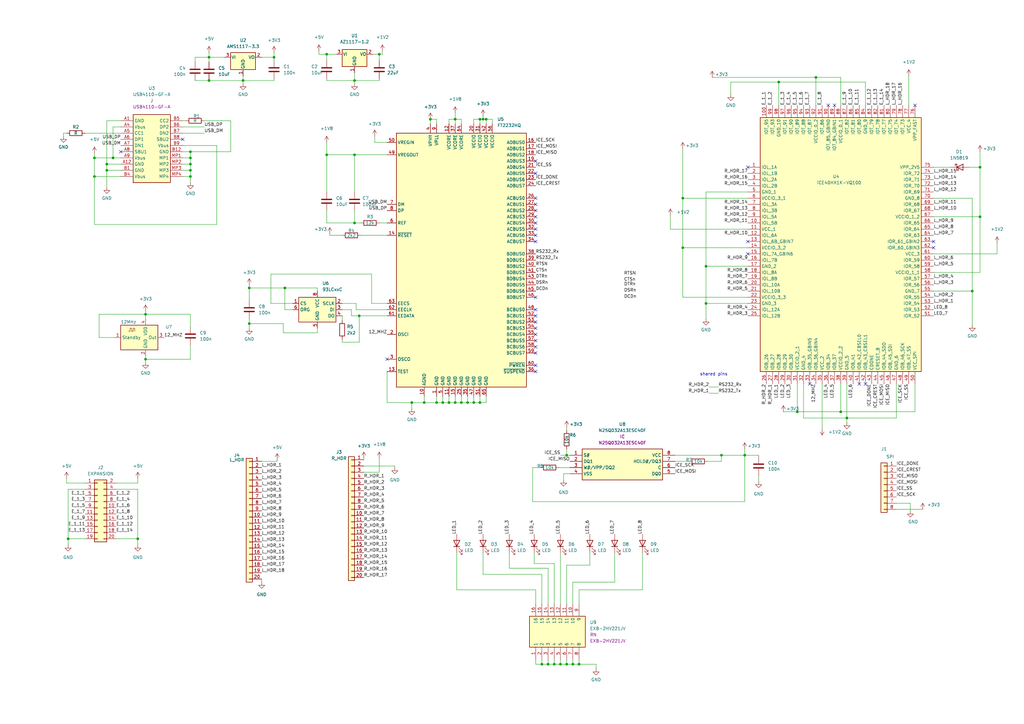
<source format=kicad_sch>
(kicad_sch (version 20211123) (generator eeschema)
  (paper "A3")
  (title_block (date "2023-05-24"))
  (junction (at 227.33 272.415))
  (junction (at 186.69 48.895))
  (junction (at 229.87 272.415))
  (junction (at 237.49 272.415))
  (junction (at 78.105 67.31))
  (junction (at 347.345 171.45))
  (junction (at 38.735 64.77))
  (junction (at 78.105 64.77))
  (junction (at 344.805 168.91))
  (junction (at 46.355 64.77))
  (junction (at 145.415 91.44))
  (junction (at 176.53 48.895))
  (junction (at 145.415 33.02))
  (junction (at 289.56 109.22))
  (junction (at 155.575 22.225))
  (junction (at 168.91 165.1))
  (junction (at 56.515 220.98))
  (junction (at 334.645 31.75))
  (junction (at 224.79 272.415))
  (junction (at 102.235 132.715))
  (junction (at 173.99 165.1))
  (junction (at 147.32 129.54))
  (junction (at 194.31 165.1))
  (junction (at 295.91 186.69))
  (junction (at 232.41 186.69))
  (junction (at 85.725 33.02))
  (junction (at 196.85 165.1))
  (junction (at 27.94 220.98))
  (junction (at 112.395 23.495))
  (junction (at 234.95 272.415))
  (junction (at 145.415 63.5))
  (junction (at 196.85 48.895))
  (junction (at 78.105 69.85))
  (junction (at 280.035 81.28))
  (junction (at 43.815 67.31))
  (junction (at 319.405 33.655))
  (junction (at 232.41 272.415))
  (junction (at 59.69 128.905))
  (junction (at 184.15 165.1))
  (junction (at 133.985 63.5))
  (junction (at 186.69 165.1))
  (junction (at 198.12 48.895))
  (junction (at 305.435 186.69))
  (junction (at 401.955 88.9))
  (junction (at 289.56 124.46))
  (junction (at 78.105 62.23))
  (junction (at 181.61 165.1))
  (junction (at 99.695 33.02))
  (junction (at 189.23 165.1))
  (junction (at 191.77 165.1))
  (junction (at 85.725 23.495))
  (junction (at 327.025 168.91))
  (junction (at 102.235 118.11))
  (junction (at 222.25 272.415))
  (junction (at 38.735 72.39))
  (junction (at 133.985 22.225))
  (junction (at 199.39 48.895))
  (junction (at 398.78 119.38))
  (junction (at 59.69 147.32))
  (junction (at 78.105 72.39))
  (junction (at 116.84 118.11))
  (junction (at 179.07 165.1))
  (junction (at 401.955 68.58))
  (junction (at 280.035 101.6))
  (junction (at 43.815 69.85))
  (no_connect (at 74.93 57.15))
  (no_connect (at 342.265 43.18))
  (no_connect (at 219.71 149.86))
  (no_connect (at 219.71 152.4))
  (no_connect (at 219.71 132.08))
  (no_connect (at 219.71 134.62))
  (no_connect (at 219.71 137.16))
  (no_connect (at 219.71 139.7))
  (no_connect (at 219.71 142.24))
  (no_connect (at 219.71 144.78))
  (no_connect (at 219.71 81.28))
  (no_connect (at 219.71 83.82))
  (no_connect (at 219.71 86.36))
  (no_connect (at 219.71 88.9))
  (no_connect (at 219.71 91.44))
  (no_connect (at 219.71 127))
  (no_connect (at 219.71 129.54))
  (no_connect (at 219.71 99.06))
  (no_connect (at 219.71 96.52))
  (no_connect (at 219.71 93.98))
  (no_connect (at 332.105 157.48))
  (no_connect (at 219.71 121.92))
  (no_connect (at 306.705 99.06))
  (no_connect (at 306.705 104.14))
  (no_connect (at 49.53 62.23))
  (no_connect (at 382.905 101.6))
  (no_connect (at 382.905 99.06))
  (no_connect (at 339.725 43.18))
  (no_connect (at 306.705 68.58))
  (no_connect (at 219.71 71.12))
  (no_connect (at 219.71 66.04))
  (no_connect (at 158.75 147.32))
  (no_connect (at 375.285 43.18))
  (no_connect (at 352.425 157.48))
  (no_connect (at 354.965 157.48))
  (wire (pts (xy 140.335 127) (xy 144.145 127)))
  (wire (pts (xy 184.15 165.1) (xy 186.69 165.1)))
  (wire (pts (xy 289.56 109.22) (xy 306.705 109.22)))
  (wire (pts (xy 347.345 157.48) (xy 347.345 171.45)))
  (wire (pts (xy 289.56 124.46) (xy 306.705 124.46)))
  (wire (pts (xy 327.025 157.48) (xy 327.025 168.91)))
  (wire (pts (xy 232.41 186.69) (xy 233.68 186.69)))
  (wire (pts (xy 305.435 186.69) (xy 295.91 186.69)))
  (wire (pts (xy 116.84 127) (xy 116.84 118.11)))
  (wire (pts (xy 290.83 158.75) (xy 294.64 158.75)))
  (wire (pts (xy 147.955 96.52) (xy 158.75 96.52)))
  (wire (pts (xy 173.99 162.56) (xy 173.99 165.1)))
  (wire (pts (xy 146.05 124.46) (xy 146.05 127)))
  (wire (pts (xy 289.56 130.81) (xy 289.56 124.46)))
  (wire (pts (xy 237.49 241.935) (xy 237.49 247.65)))
  (wire (pts (xy 234.95 272.415) (xy 237.49 272.415)))
  (wire (pts (xy 329.565 157.48) (xy 329.565 171.45)))
  (wire (pts (xy 38.735 92.075) (xy 38.735 72.39)))
  (wire (pts (xy 289.56 124.46) (xy 289.56 109.22)))
  (wire (pts (xy 221.615 191.77) (xy 218.44 191.77)))
  (wire (pts (xy 201.93 48.895) (xy 201.93 50.8)))
  (wire (pts (xy 334.645 31.75) (xy 344.805 31.75)))
  (wire (pts (xy 102.235 118.11) (xy 116.84 118.11)))
  (wire (pts (xy 408.94 104.14) (xy 408.94 99.695)))
  (wire (pts (xy 144.145 129.54) (xy 147.32 129.54)))
  (wire (pts (xy 305.435 184.15) (xy 305.435 186.69)))
  (wire (pts (xy 56.515 220.98) (xy 56.515 200.66)))
  (wire (pts (xy 85.725 21.59) (xy 85.725 23.495)))
  (wire (pts (xy 186.69 48.895) (xy 189.23 48.895)))
  (wire (pts (xy 78.105 64.77) (xy 74.93 64.77)))
  (wire (pts (xy 276.86 189.23) (xy 282.575 189.23)))
  (wire (pts (xy 181.61 165.1) (xy 184.15 165.1)))
  (wire (pts (xy 222.25 270.51) (xy 222.25 272.415)))
  (wire (pts (xy 311.15 187.325) (xy 311.15 186.69)))
  (wire (pts (xy 133.985 22.225) (xy 137.795 22.225)))
  (wire (pts (xy 344.805 31.75) (xy 344.805 43.18)))
  (wire (pts (xy 112.395 21.59) (xy 112.395 23.495)))
  (wire (pts (xy 130.81 20.955) (xy 130.81 22.225)))
  (wire (pts (xy 78.105 141.605) (xy 78.105 147.32)))
  (wire (pts (xy 49.53 49.53) (xy 43.815 49.53)))
  (wire (pts (xy 145.415 33.02) (xy 145.415 34.29)))
  (wire (pts (xy 78.105 128.905) (xy 78.105 133.985)))
  (wire (pts (xy 401.955 68.58) (xy 401.955 88.9)))
  (wire (pts (xy 107.315 238.76) (xy 107.315 237.49)))
  (wire (pts (xy 74.93 59.69) (xy 88.9 59.69)))
  (wire (pts (xy 337.185 157.48) (xy 337.185 175.895)))
  (wire (pts (xy 218.44 205.74) (xy 305.435 205.74)))
  (wire (pts (xy 43.815 76.835) (xy 43.815 69.85)))
  (wire (pts (xy 191.77 165.1) (xy 194.31 165.1)))
  (wire (pts (xy 27.94 223.52) (xy 27.94 220.98)))
  (wire (pts (xy 78.105 62.23) (xy 78.105 64.77)))
  (wire (pts (xy 149.225 187.96) (xy 149.225 188.595)))
  (wire (pts (xy 152.4 112.395) (xy 152.4 124.46)))
  (wire (pts (xy 133.985 22.225) (xy 133.985 24.765)))
  (wire (pts (xy 252.095 238.76) (xy 234.95 238.76)))
  (wire (pts (xy 59.69 128.905) (xy 78.105 128.905)))
  (wire (pts (xy 219.71 247.65) (xy 219.71 241.935)))
  (wire (pts (xy 219.075 231.14) (xy 227.33 231.14)))
  (wire (pts (xy 229.235 191.77) (xy 233.68 191.77)))
  (wire (pts (xy 135.255 96.52) (xy 140.335 96.52)))
  (wire (pts (xy 161.925 191.135) (xy 161.925 191.77)))
  (wire (pts (xy 289.56 109.22) (xy 289.56 78.74)))
  (wire (pts (xy 224.79 233.045) (xy 224.79 247.65)))
  (wire (pts (xy 145.415 63.5) (xy 145.415 78.74)))
  (wire (pts (xy 102.235 116.84) (xy 102.235 118.11)))
  (wire (pts (xy 146.05 127) (xy 158.75 127)))
  (wire (pts (xy 194.31 165.1) (xy 196.85 165.1)))
  (wire (pts (xy 46.355 64.77) (xy 49.53 64.77)))
  (wire (pts (xy 130.175 136.525) (xy 130.175 134.62)))
  (wire (pts (xy 222.25 235.585) (xy 222.25 247.65)))
  (wire (pts (xy 43.815 69.85) (xy 43.815 67.31)))
  (wire (pts (xy 85.725 23.495) (xy 85.725 25.4)))
  (wire (pts (xy 176.53 48.895) (xy 179.07 48.895)))
  (wire (pts (xy 344.805 168.91) (xy 344.805 157.48)))
  (wire (pts (xy 184.15 48.895) (xy 184.15 50.8)))
  (wire (pts (xy 85.725 23.495) (xy 92.075 23.495)))
  (wire (pts (xy 27.94 220.98) (xy 27.94 200.66)))
  (wire (pts (xy 218.44 191.77) (xy 218.44 205.74)))
  (wire (pts (xy 229.87 270.51) (xy 229.87 272.415)))
  (wire (pts (xy 189.23 48.895) (xy 189.23 50.8)))
  (wire (pts (xy 38.735 64.77) (xy 46.355 64.77)))
  (wire (pts (xy 237.49 270.51) (xy 237.49 272.415)))
  (wire (pts (xy 156.845 20.955) (xy 156.845 22.225)))
  (wire (pts (xy 26.035 55.88) (xy 26.035 54.61)))
  (wire (pts (xy 78.105 147.32) (xy 59.69 147.32)))
  (wire (pts (xy 152.4 124.46) (xy 158.75 124.46)))
  (wire (pts (xy 27.305 196.215) (xy 27.305 198.12)))
  (wire (pts (xy 280.035 121.92) (xy 306.705 121.92)))
  (wire (pts (xy 56.515 223.52) (xy 56.515 220.98)))
  (wire (pts (xy 133.985 33.02) (xy 145.415 33.02)))
  (wire (pts (xy 295.91 189.23) (xy 295.91 186.69)))
  (wire (pts (xy 74.93 62.23) (xy 78.105 62.23)))
  (wire (pts (xy 133.985 91.44) (xy 145.415 91.44)))
  (wire (pts (xy 241.935 226.695) (xy 241.935 231.775)))
  (wire (pts (xy 299.72 33.655) (xy 319.405 33.655)))
  (wire (pts (xy 224.79 272.415) (xy 227.33 272.415)))
  (wire (pts (xy 116.84 118.11) (xy 130.175 118.11)))
  (wire (pts (xy 27.305 198.12) (xy 34.925 198.12)))
  (wire (pts (xy 43.815 49.53) (xy 43.815 67.31)))
  (wire (pts (xy 59.69 146.05) (xy 59.69 147.32)))
  (wire (pts (xy 252.095 226.695) (xy 252.095 238.76)))
  (wire (pts (xy 198.12 48.895) (xy 196.85 48.895)))
  (wire (pts (xy 56.515 198.12) (xy 47.625 198.12)))
  (wire (pts (xy 198.12 47.625) (xy 198.12 48.895)))
  (wire (pts (xy 280.035 60.96) (xy 280.035 81.28)))
  (wire (pts (xy 111.125 112.395) (xy 152.4 112.395)))
  (wire (pts (xy 78.105 67.31) (xy 78.105 64.77)))
  (wire (pts (xy 88.9 92.075) (xy 38.735 92.075)))
  (wire (pts (xy 155.575 22.225) (xy 153.035 22.225)))
  (wire (pts (xy 196.85 165.1) (xy 199.39 165.1)))
  (wire (pts (xy 140.335 139.065) (xy 140.335 140.335)))
  (wire (pts (xy 59.69 147.32) (xy 59.69 148.59)))
  (wire (pts (xy 43.815 67.31) (xy 49.53 67.31)))
  (wire (pts (xy 145.415 29.845) (xy 145.415 33.02)))
  (wire (pts (xy 375.285 168.91) (xy 375.285 157.48)))
  (wire (pts (xy 186.69 46.355) (xy 186.69 48.895)))
  (wire (pts (xy 102.235 132.715) (xy 102.235 134.62)))
  (wire (pts (xy 198.12 235.585) (xy 222.25 235.585)))
  (wire (pts (xy 373.38 206.375) (xy 367.665 206.375)))
  (wire (pts (xy 168.91 165.1) (xy 173.99 165.1)))
  (wire (pts (xy 107.315 189.23) (xy 113.665 189.23)))
  (wire (pts (xy 133.985 32.385) (xy 133.985 33.02)))
  (wire (pts (xy 196.85 48.895) (xy 196.85 50.8)))
  (wire (pts (xy 155.575 91.44) (xy 158.75 91.44)))
  (wire (pts (xy 155.575 193.675) (xy 155.575 187.96)))
  (wire (pts (xy 224.79 270.51) (xy 224.79 272.415)))
  (wire (pts (xy 194.31 162.56) (xy 194.31 165.1)))
  (wire (pts (xy 321.31 168.91) (xy 327.025 168.91)))
  (wire (pts (xy 194.31 48.895) (xy 194.31 50.8)))
  (wire (pts (xy 99.695 33.02) (xy 112.395 33.02)))
  (wire (pts (xy 372.745 31.115) (xy 372.745 43.18)))
  (wire (pts (xy 181.61 162.56) (xy 181.61 165.1)))
  (wire (pts (xy 99.695 31.115) (xy 99.695 33.02)))
  (wire (pts (xy 232.41 270.51) (xy 232.41 272.415)))
  (wire (pts (xy 40.64 138.43) (xy 40.64 128.905)))
  (wire (pts (xy 327.025 168.91) (xy 344.805 168.91)))
  (wire (pts (xy 83.82 54.61) (xy 74.93 54.61)))
  (wire (pts (xy 133.985 58.42) (xy 133.985 63.5)))
  (wire (pts (xy 99.695 33.02) (xy 99.695 34.29)))
  (wire (pts (xy 80.01 25.4) (xy 80.01 23.495)))
  (wire (pts (xy 232.41 272.415) (xy 234.95 272.415)))
  (wire (pts (xy 382.905 68.58) (xy 389.89 68.58)))
  (wire (pts (xy 135.255 95.885) (xy 135.255 96.52)))
  (wire (pts (xy 176.53 48.895) (xy 176.53 50.8)))
  (wire (pts (xy 46.355 52.07) (xy 46.355 64.77)))
  (wire (pts (xy 299.72 38.735) (xy 299.72 33.655)))
  (wire (pts (xy 219.71 270.51) (xy 219.71 272.415)))
  (wire (pts (xy 102.235 132.715) (xy 116.205 132.715)))
  (wire (pts (xy 208.915 226.695) (xy 208.915 233.045)))
  (wire (pts (xy 295.91 186.69) (xy 276.86 186.69)))
  (wire (pts (xy 153.67 58.42) (xy 153.67 55.88)))
  (wire (pts (xy 179.07 48.895) (xy 179.07 50.8)))
  (wire (pts (xy 155.575 32.385) (xy 155.575 33.02)))
  (wire (pts (xy 34.925 54.61) (xy 49.53 54.61)))
  (wire (pts (xy 401.955 88.9) (xy 401.955 111.76)))
  (wire (pts (xy 113.665 188.595) (xy 113.665 189.23)))
  (wire (pts (xy 38.735 62.865) (xy 38.735 64.77)))
  (wire (pts (xy 168.91 167.64) (xy 168.91 165.1)))
  (wire (pts (xy 189.23 162.56) (xy 189.23 165.1)))
  (wire (pts (xy 112.395 23.495) (xy 107.315 23.495)))
  (wire (pts (xy 112.395 32.385) (xy 112.395 33.02)))
  (wire (pts (xy 133.985 63.5) (xy 145.415 63.5)))
  (wire (pts (xy 78.105 69.85) (xy 78.105 67.31)))
  (wire (pts (xy 237.49 272.415) (xy 244.475 272.415)))
  (wire (pts (xy 80.01 33.02) (xy 85.725 33.02)))
  (wire (pts (xy 373.38 209.55) (xy 373.38 206.375)))
  (wire (pts (xy 74.93 72.39) (xy 78.105 72.39)))
  (wire (pts (xy 199.39 165.1) (xy 199.39 162.56)))
  (wire (pts (xy 367.665 157.48) (xy 367.665 171.45)))
  (wire (pts (xy 329.565 171.45) (xy 347.345 171.45)))
  (wire (pts (xy 198.12 226.695) (xy 198.12 235.585)))
  (wire (pts (xy 231.14 194.31) (xy 233.68 194.31)))
  (wire (pts (xy 186.69 48.895) (xy 186.69 50.8)))
  (wire (pts (xy 47.625 220.98) (xy 56.515 220.98)))
  (wire (pts (xy 219.075 226.695) (xy 219.075 231.14)))
  (wire (pts (xy 140.335 124.46) (xy 146.05 124.46)))
  (wire (pts (xy 179.07 162.56) (xy 179.07 165.1)))
  (wire (pts (xy 229.87 186.69) (xy 232.41 186.69)))
  (wire (pts (xy 130.81 22.225) (xy 133.985 22.225)))
  (wire (pts (xy 130.175 119.38) (xy 130.175 118.11)))
  (wire (pts (xy 234.95 238.76) (xy 234.95 247.65)))
  (wire (pts (xy 311.15 186.69) (xy 305.435 186.69)))
  (wire (pts (xy 232.41 175.26) (xy 232.41 176.53)))
  (wire (pts (xy 382.905 104.14) (xy 408.94 104.14)))
  (wire (pts (xy 145.415 86.36) (xy 145.415 91.44)))
  (wire (pts (xy 147.32 129.54) (xy 158.75 129.54)))
  (wire (pts (xy 274.955 93.98) (xy 306.705 93.98)))
  (wire (pts (xy 145.415 33.02) (xy 155.575 33.02)))
  (wire (pts (xy 191.77 162.56) (xy 191.77 165.1)))
  (wire (pts (xy 80.01 23.495) (xy 85.725 23.495)))
  (wire (pts (xy 187.325 241.935) (xy 187.325 226.695)))
  (wire (pts (xy 43.815 69.85) (xy 49.53 69.85)))
  (wire (pts (xy 199.39 48.895) (xy 199.39 50.8)))
  (wire (pts (xy 382.905 111.76) (xy 401.955 111.76)))
  (wire (pts (xy 199.39 48.895) (xy 201.93 48.895)))
  (wire (pts (xy 244.475 272.415) (xy 244.475 274.32)))
  (wire (pts (xy 231.14 196.85) (xy 231.14 194.31)))
  (wire (pts (xy 155.575 22.225) (xy 155.575 24.765)))
  (wire (pts (xy 88.9 59.69) (xy 88.9 92.075)))
  (wire (pts (xy 59.69 128.905) (xy 59.69 130.81)))
  (wire (pts (xy 59.69 127.635) (xy 59.69 128.905)))
  (wire (pts (xy 292.1 31.75) (xy 334.645 31.75)))
  (wire (pts (xy 140.335 140.335) (xy 147.32 140.335)))
  (wire (pts (xy 158.75 165.1) (xy 168.91 165.1)))
  (wire (pts (xy 158.75 58.42) (xy 153.67 58.42)))
  (wire (pts (xy 147.32 140.335) (xy 147.32 129.54)))
  (wire (pts (xy 94.615 62.23) (xy 78.105 62.23)))
  (wire (pts (xy 367.665 171.45) (xy 347.345 171.45)))
  (wire (pts (xy 56.515 196.215) (xy 56.515 198.12)))
  (wire (pts (xy 102.235 118.11) (xy 102.235 123.19)))
  (wire (pts (xy 280.035 81.28) (xy 280.035 101.6)))
  (wire (pts (xy 208.915 233.045) (xy 224.79 233.045)))
  (wire (pts (xy 397.51 68.58) (xy 401.955 68.58)))
  (wire (pts (xy 232.41 231.775) (xy 232.41 247.65)))
  (wire (pts (xy 196.85 48.895) (xy 194.31 48.895)))
  (wire (pts (xy 219.71 272.415) (xy 222.25 272.415)))
  (wire (pts (xy 227.33 270.51) (xy 227.33 272.415)))
  (wire (pts (xy 344.805 168.91) (xy 375.285 168.91)))
  (wire (pts (xy 116.205 136.525) (xy 130.175 136.525)))
  (wire (pts (xy 280.035 81.28) (xy 306.705 81.28)))
  (wire (pts (xy 85.725 33.02) (xy 99.695 33.02)))
  (wire (pts (xy 74.93 67.31) (xy 78.105 67.31)))
  (wire (pts (xy 219.71 241.935) (xy 187.325 241.935)))
  (wire (pts (xy 263.525 226.695) (xy 263.525 241.935)))
  (wire (pts (xy 116.205 132.715) (xy 116.205 136.525)))
  (wire (pts (xy 38.735 72.39) (xy 49.53 72.39)))
  (wire (pts (xy 222.25 272.415) (xy 224.79 272.415)))
  (wire (pts (xy 74.93 49.53) (xy 76.2 49.53)))
  (wire (pts (xy 26.035 54.61) (xy 27.305 54.61)))
  (wire (pts (xy 289.56 78.74) (xy 306.705 78.74)))
  (wire (pts (xy 382.905 119.38) (xy 398.78 119.38)))
  (wire (pts (xy 186.69 162.56) (xy 186.69 165.1)))
  (wire (pts (xy 78.105 72.39) (xy 78.105 69.85)))
  (wire (pts (xy 140.335 129.54) (xy 140.335 131.445)))
  (wire (pts (xy 227.33 231.14) (xy 227.33 247.65)))
  (wire (pts (xy 179.07 165.1) (xy 181.61 165.1)))
  (wire (pts (xy 133.985 86.36) (xy 133.985 91.44)))
  (wire (pts (xy 46.99 138.43) (xy 40.64 138.43)))
  (wire (pts (xy 149.225 193.675) (xy 155.575 193.675)))
  (wire (pts (xy 354.965 33.655) (xy 354.965 43.18)))
  (wire (pts (xy 184.15 162.56) (xy 184.15 165.1)))
  (wire (pts (xy 145.415 63.5) (xy 158.75 63.5)))
  (wire (pts (xy 156.845 22.225) (xy 155.575 22.225)))
  (wire (pts (xy 382.905 81.28) (xy 398.78 81.28)))
  (wire (pts (xy 27.94 200.66) (xy 34.925 200.66)))
  (wire (pts (xy 280.035 101.6) (xy 306.705 101.6)))
  (wire (pts (xy 274.955 88.265) (xy 274.955 93.98)))
  (wire (pts (xy 149.225 191.135) (xy 161.925 191.135)))
  (wire (pts (xy 290.195 189.23) (xy 295.91 189.23)))
  (wire (pts (xy 94.615 49.53) (xy 94.615 62.23)))
  (wire (pts (xy 111.125 124.46) (xy 111.125 112.395)))
  (wire (pts (xy 367.665 208.915) (xy 378.46 208.915)))
  (wire (pts (xy 27.94 220.98) (xy 34.925 220.98)))
  (wire (pts (xy 334.645 31.75) (xy 334.645 43.18)))
  (wire (pts (xy 401.955 62.23) (xy 401.955 68.58)))
  (wire (pts (xy 120.015 127) (xy 116.84 127)))
  (wire (pts (xy 229.87 226.695) (xy 229.87 247.65)))
  (wire (pts (xy 263.525 241.935) (xy 237.49 241.935)))
  (wire (pts (xy 232.41 184.15) (xy 232.41 186.69)))
  (wire (pts (xy 311.15 194.945) (xy 311.15 197.485)))
  (wire (pts (xy 74.93 69.85) (xy 78.105 69.85)))
  (wire (pts (xy 158.75 152.4) (xy 158.75 165.1)))
  (wire (pts (xy 120.015 124.46) (xy 111.125 124.46)))
  (wire (pts (xy 173.99 165.1) (xy 179.07 165.1)))
  (wire (pts (xy 196.85 162.56) (xy 196.85 165.1)))
  (wire (pts (xy 280.035 101.6) (xy 280.035 121.92)))
  (wire (pts (xy 290.83 161.29) (xy 294.64 161.29)))
  (wire (pts (xy 398.78 81.28) (xy 398.78 119.38)))
  (wire (pts (xy 83.82 49.53) (xy 94.615 49.53)))
  (wire (pts (xy 347.345 171.45) (xy 347.345 173.355)))
  (wire (pts (xy 189.23 165.1) (xy 191.77 165.1)))
  (wire (pts (xy 56.515 200.66) (xy 47.625 200.66)))
  (wire (pts (xy 234.95 270.51) (xy 234.95 272.415)))
  (wire (pts (xy 49.53 52.07) (xy 46.355 52.07)))
  (wire (pts (xy 229.87 272.415) (xy 232.41 272.415)))
  (wire (pts (xy 38.735 72.39) (xy 38.735 64.77)))
  (wire (pts (xy 133.985 63.5) (xy 133.985 78.74)))
  (wire (pts (xy 241.935 231.775) (xy 232.41 231.775)))
  (wire (pts (xy 83.82 52.07) (xy 74.93 52.07)))
  (wire (pts (xy 186.69 165.1) (xy 189.23 165.1)))
  (wire (pts (xy 319.405 33.655) (xy 354.965 33.655)))
  (wire (pts (xy 186.69 48.895) (xy 184.15 48.895)))
  (wire (pts (xy 145.415 91.44) (xy 147.955 91.44)))
  (wire (pts (xy 398.78 119.38) (xy 398.78 133.35)))
  (wire (pts (xy 319.405 33.655) (xy 319.405 43.18)))
  (wire (pts (xy 198.12 48.895) (xy 199.39 48.895)))
  (wire (pts (xy 305.435 205.74) (xy 305.435 186.69)))
  (wire (pts (xy 144.145 127) (xy 144.145 129.54)))
  (wire (pts (xy 102.235 130.81) (xy 102.235 132.715)))
  (wire (pts (xy 382.905 88.9) (xy 401.955 88.9)))
  (wire (pts (xy 78.105 74.93) (xy 78.105 72.39)))
  (wire (pts (xy 112.395 23.495) (xy 112.395 24.765)))
  (wire (pts (xy 40.64 128.905) (xy 59.69 128.905)))
  (wire (pts (xy 227.33 272.415) (xy 229.87 272.415)))
  (text "shared pins\n" (at 287.02 154.305 0) (effects (font (size 1.27 1.27)) (justify left bottom)))
  (label "R_HDR_16" (at 149.225 234.315 0))
  (label "E_1_10" (at 47.625 213.36 0))
  (label "R_HDR_6" (at 306.705 116.84 180))
  (label "L_HDR_16" (at 107.315 229.87 0))
  (label "E_1_6" (at 47.625 208.28 0))
  (label "LED_5" (at 342.265 157.48 270))
  (label "LED_3" (at 208.915 219.075 90))
  (label "ICE_SCK" (at 276.86 191.77 0))
  (label "USB_DP" (at 158.75 86.36 180))
  (label "RS232_Tx" (at 219.71 106.68 0))
  (label "DCDn" (at 219.71 119.38 0))
  (label "L_HDR_13" (at 382.905 76.2 0))
  (label "LED_8" (at 382.905 127 0))
  (label "E_1_6" (at 329.565 43.18 90))
  (label "L_HDR_5" (at 107.315 201.93 0))
  (label "E_1_12" (at 357.505 43.18 90))
  (label "L_HDR_1" (at 107.315 191.77 0))
  (label "R_HDR_2" (at 314.325 157.48 270))
  (label "ICE_MISO" (at 219.71 63.5 0))
  (label "DTRn" (at 219.71 114.3 0))
  (label "R_HDR_16" (at 306.705 73.66 180))
  (label "R_HDR_8" (at 149.225 213.995 0))
  (label "ICE_CREST" (at 367.665 193.675 0))
  (label "L_HDR_18" (at 365.125 43.18 90))
  (label "R_HDR_2" (at 149.225 198.755 0))
  (label "R_HDR_10" (at 149.225 219.075 0))
  (label "E_1_3" (at 321.945 43.18 90))
  (label "L_HDR_7" (at 107.315 207.01 0))
  (label "L_HDR_6" (at 382.905 106.68 0))
  (label "E_1_4" (at 47.625 205.74 0))
  (label "ICE_MOSI" (at 219.71 60.96 0))
  (label "ICE_DONE" (at 357.505 157.48 270))
  (label "E_1_13" (at 34.925 218.44 180))
  (label "USB_DP" (at 49.53 57.15 180))
  (label "ICE_MISO" (at 365.125 157.48 270))
  (label "ICE_MOSI" (at 276.86 194.31 0))
  (label "L_HDR_17" (at 107.315 232.41 0))
  (label "L_HDR_11" (at 382.905 83.82 0))
  (label "12_MHZ" (at 334.645 157.48 270))
  (label "USB_DM" (at 83.82 54.61 0))
  (label "L_HDR_10" (at 382.905 86.36 0))
  (label "E_1_7" (at 332.105 43.18 90))
  (label "L_HDR_4" (at 107.315 199.39 0))
  (label "L_HDR_8" (at 382.905 93.98 0))
  (label "LED_6" (at 349.885 157.48 270))
  (label "R_HDR_12" (at 306.705 88.9 180))
  (label "DSRn" (at 255.905 120.015 0))
  (label "L_HDR_17" (at 367.665 43.18 90))
  (label "L_HDR_13" (at 107.315 222.25 0))
  (label "LED_7" (at 382.905 129.54 0))
  (label "R_HDR_13" (at 149.225 226.695 0))
  (label "L_HDR_12" (at 382.905 78.74 0))
  (label "R_HDR_9" (at 306.705 106.68 180))
  (label "E_1_10" (at 349.885 43.18 90))
  (label "R_HDR_9" (at 149.225 216.535 0))
  (label "USB_DP" (at 83.82 52.07 0))
  (label "LED_5" (at 229.87 219.075 90))
  (label "E_1_14" (at 47.625 218.44 0))
  (label "USB_DM" (at 158.75 83.82 180))
  (label "E_1_8" (at 337.185 43.18 90))
  (label "R_HDR_11" (at 306.705 91.44 180))
  (label "L_HDR_9" (at 107.315 212.09 0))
  (label "R_HDR_10" (at 306.705 96.52 180))
  (label "L_HDR_3" (at 107.315 196.85 0))
  (label "DTRn" (at 255.905 117.475 0))
  (label "E_1_12" (at 47.625 215.9 0))
  (label "E_1_11" (at 352.425 43.18 90))
  (label "E_1_9" (at 347.345 43.18 90))
  (label "R_HDR_7" (at 306.705 114.3 180))
  (label "R_HDR_5" (at 149.225 206.375 0))
  (label "E_1_5" (at 34.925 208.28 180))
  (label "L_HDR_8" (at 107.315 209.55 0))
  (label "ICE_MISO" (at 233.68 189.23 180))
  (label "L_HDR_2" (at 382.905 121.92 0))
  (label "LED_4" (at 219.075 219.075 90))
  (label "ICE_SCK" (at 370.205 157.48 270))
  (label "DCDn" (at 255.905 122.555 0))
  (label "CTSn" (at 255.905 115.57 0))
  (label "L_HDR_11" (at 107.315 217.17 0))
  (label "ICE_SS" (at 372.745 157.48 270))
  (label "ICE_CREST" (at 360.045 157.48 270))
  (label "ICE_MOSI" (at 367.665 198.755 0))
  (label "E_1_2" (at 316.865 43.18 90))
  (label "L_HDR_12" (at 107.315 219.71 0))
  (label "R_HDR_5" (at 306.705 119.38 180))
  (label "E_1_14" (at 362.585 43.18 90))
  (label "E_1_1" (at 314.325 43.18 90))
  (label "RTSN" (at 219.71 109.22 0))
  (label "E_1_1" (at 34.925 203.2 180))
  (label "LED_7" (at 252.095 219.075 90))
  (label "R_HDR_12" (at 149.225 224.155 0))
  (label "L_HDR_15" (at 107.315 227.33 0))
  (label "ICE_SS" (at 367.665 201.295 0))
  (label "L_HDR_15" (at 382.905 71.12 0))
  (label "R_HDR_1" (at 316.865 157.48 270))
  (label "R_HDR_15" (at 306.705 76.2 180))
  (label "R_HDR_1" (at 149.225 196.215 0))
  (label "ICE_SCK" (at 219.71 58.42 0))
  (label "R_HDR_7" (at 149.225 211.455 0))
  (label "ICE_CREST" (at 219.71 76.2 0))
  (label "L_HDR_5" (at 382.905 109.22 0))
  (label "ICE_MISO" (at 367.665 196.215 0))
  (label "E_1_5" (at 327.025 43.18 90))
  (label "E_1_4" (at 324.485 43.18 90))
  (label "R_HDR_17" (at 306.705 71.12 180))
  (label "LED_6" (at 241.935 219.075 90))
  (label "CTSn" (at 219.71 111.76 0))
  (label "LED_3" (at 324.485 157.48 270))
  (label "E_1_11" (at 34.925 215.9 180))
  (label "USB_DM" (at 49.53 59.69 180))
  (label "ICE_SS" (at 229.87 186.69 180))
  (label "R_HDR_1" (at 290.83 161.29 180))
  (label "12_MHZ" (at 158.75 137.16 180))
  (label "LED_2" (at 198.12 219.075 90))
  (label "R_HDR_4" (at 306.705 127 180))
  (label "ICE_MOSI" (at 362.585 157.48 270))
  (label "E_1_2" (at 47.625 203.2 0))
  (label "L_HDR_14" (at 382.905 73.66 0))
  (label "L_HDR_2" (at 107.315 194.31 0))
  (label "R_HDR_2" (at 290.83 158.75 180))
  (label "ICE_DONE" (at 367.665 191.135 0))
  (label "R_HDR_14" (at 149.225 229.235 0))
  (label "12_MHZ" (at 67.31 138.43 0))
  (label "L_HDR_4" (at 382.905 114.3 0))
  (label "E_1_7" (at 34.925 210.82 180))
  (label "E_1_8" (at 47.625 210.82 0))
  (label "LED_1" (at 319.405 157.48 270))
  (label "E_1_3" (at 34.925 205.74 180))
  (label "L_HDR_9" (at 382.905 91.44 0))
  (label "RS232_Rx" (at 294.64 158.75 0))
  (label "ICE_SCK" (at 367.665 203.835 0))
  (label "L_HDR_6" (at 107.315 204.47 0))
  (label "R_HDR_4" (at 149.225 203.835 0))
  (label "L_HDR_14" (at 107.315 224.79 0))
  (label "L_HDR_1" (at 382.905 124.46 0))
  (label "ICE_SS" (at 219.71 68.58 0))
  (label "L_HDR_3" (at 382.905 116.84 0))
  (label "LED_4" (at 339.725 157.48 270))
  (label "RS232_Rx" (at 219.71 104.14 0))
  (label "E_1_9" (at 34.925 213.36 180))
  (label "R_HDR_15" (at 149.225 231.775 0))
  (label "R_HDR_3" (at 149.225 201.295 0))
  (label "ICE_DONE" (at 219.71 73.66 0))
  (label "E_1_13" (at 360.045 43.18 90))
  (label "R_HDR_3" (at 306.705 129.54 180))
  (label "RTSN" (at 255.905 113.03 0))
  (label "L_HDR_16" (at 370.205 43.18 90))
  (label "LED_8" (at 263.525 219.075 90))
  (label "R_HDR_8" (at 306.705 111.76 180))
  (label "L_HDR_18" (at 107.315 234.95 0))
  (label "DSRn" (at 219.71 116.84 0))
  (label "LED_2" (at 321.945 157.48 270))
  (label "R_HDR_14" (at 306.705 83.82 180))
  (label "R_HDR_6" (at 149.225 208.915 0))
  (label "LED_1" (at 187.325 219.075 90))
  (label "L_HDR_10" (at 107.315 214.63 0))
  (label "R_HDR_17" (at 149.225 236.855 0))
  (label "L_HDR_7" (at 382.905 96.52 0))
  (label "R_HDR_11" (at 149.225 221.615 0))
  (label "RS232_Tx" (at 294.64 161.29 0))
  (label "R_HDR_13" (at 306.705 86.36 180))
  (symbol (lib_id "Device:R") (at 31.115 54.61 90) (unit 1)
    (property "Reference" "R2" (at 31.115 52.07 90))
    (property "Value" "R" (at 31.115 54.61 90))
    (property "Footprint" "Resistor_SMD:R_0603_1608Metric" (effects hide))
  )
  (symbol (lib_id "power:GND") (at 43.815 76.835 0) (unit 1)
    (property "Reference" "#PWR020" (effects hide))
    (property "Value" "GND" (at 43.815 81.28 0))
  )
  (symbol (lib_id "power:+3V3") (at 401.955 62.23 0) (unit 1)
    (property "Reference" "#PWR017" (effects hide))
    (property "Value" "+3V3" (at 405.765 60.96 0))
  )
  (symbol (lib_id "Connector_Generic:Conn_01x08") (at 362.585 198.755 0) (mirror y) (unit 1)
    (property "Reference" "J1" (at 362.585 184.15 0))
    (property "Value" "SPI" (at 365.125 187.325 0))
    (property "Footprint" "Connector_PinHeader_1.27mm:PinHeader_1x08_P1.27mm_Vertical" (effects hide))
  )
  (symbol (lib_id "Diode:1N5819") (at 393.7 68.58 0) (unit 1)
    (property "Reference" "D1" (at 393.3825 62.23 0))
    (property "Value" "1N5819" (at 393.3825 64.77 0))
    (property "Footprint" "Diode_SMD:D_SOD-123" (effects hide))
    (property "Datasheet" "http://www.vishay.com/docs/88525/1n5817.pdf" (effects hide))
  )
  (symbol (lib_id "power:GND") (at 99.695 34.29 0) (unit 1)
    (property "Reference" "#PWR07" (effects hide))
    (property "Value" "GND" (at 99.695 38.735 0))
  )
  (symbol (lib_id "Device:R") (at 151.765 91.44 90) (unit 1)
    (property "Reference" "R3" (at 151.765 88.9 90))
    (property "Value" "12k" (at 151.765 91.44 90))
    (property "Footprint" "Resistor_SMD:R_0603_1608Metric" (effects hide))
  )
  (symbol (lib_id "Device:C") (at 133.985 28.575 0) (unit 1)
    (property "Reference" "C2" (at 127.635 27.305 0) (effects (justify left)))
    (property "Value" "10uF" (at 127.635 29.845 0) (effects (justify left)))
    (property "Footprint" "Capacitor_SMD:C_0603_1608Metric" (effects hide))
  )
  (symbol (lib_id "Device:R") (at 225.425 191.77 270) (unit 1)
    (property "Reference" "R8" (at 221.615 191.135 90))
    (property "Value" "10k" (at 225.425 191.77 90))
    (property "Footprint" "Resistor_SMD:R_0603_1608Metric" (effects hide))
  )
  (symbol (lib_id "power:+1V8") (at 133.985 58.42 0) (unit 1)
    (property "Reference" "#PWR015" (effects hide))
    (property "Value" "+1V8" (at 133.985 52.705 0))
  )
  (symbol (lib_id "Connector_Generic:Conn_02x10_Odd_Even") (at 40.005 208.28 0) (unit 1)
    (property "Reference" "J2" (at 41.275 191.77 0))
    (property "Value" "EXPANSION" (at 41.275 194.31 0))
    (property "Footprint" "Connector_PinHeader_2.54mm:PinHeader_2x10_P2.54mm_Vertical" (effects hide))
  )
  (symbol (lib_id "power:GND") (at 145.415 34.29 0) (unit 1)
    (property "Reference" "#PWR08" (effects hide))
    (property "Value" "GND" (at 145.415 38.735 0))
  )
  (symbol (lib_id "power:GND") (at 299.72 38.735 0) (unit 1)
    (property "Reference" "#PWR09" (effects hide))
    (property "Value" "GND" (at 299.72 43.18 0))
  )
  (symbol (lib_id "Device:R") (at 140.335 135.255 0) (unit 1)
    (property "Reference" "R5" (at 142.24 133.9849 0) (effects (justify left)))
    (property "Value" "2k2" (at 142.24 136.5249 0) (effects (justify left)))
    (property "Footprint" "Resistor_SMD:R_0603_1608Metric" (effects hide))
  )
  (symbol (lib_id "power:GND") (at 311.15 197.485 0) (unit 1)
    (property "Reference" "#PWR043" (effects hide))
    (property "Value" "GND" (at 311.15 202.565 0))
  )
  (symbol (lib_id "Device:R") (at 286.385 189.23 270) (unit 1)
    (property "Reference" "R7" (at 282.575 188.595 90))
    (property "Value" "10k" (at 286.385 189.23 90))
    (property "Footprint" "Resistor_SMD:R_0603_1608Metric" (effects hide))
  )
  (symbol (lib_id "power:GND") (at 26.035 55.88 0) (unit 1)
    (property "Reference" "#PWR013" (effects hide))
    (property "Value" "GND" (at 26.035 60.325 0))
  )
  (symbol (lib_id "power:+3V3") (at 149.225 187.96 0) (unit 1)
    (property "Reference" "#PWR036" (effects hide))
    (property "Value" "+3V3" (at 149.225 182.88 0))
  )
  (symbol (lib_id "power:+3V3") (at 280.035 60.96 0) (unit 1)
    (property "Reference" "#PWR016" (effects hide))
    (property "Value" "+3V3" (at 283.845 59.69 0))
  )
  (symbol (lib_id "power:GND") (at 59.69 148.59 0) (unit 1)
    (property "Reference" "#PWR029" (effects hide))
    (property "Value" "GND" (at 59.69 153.035 0))
  )
  (symbol (lib_id "Device:LED") (at 187.325 222.885 90) (unit 1)
    (property "Reference" "D2" (at 190.5 223.2024 90) (effects (justify right)))
    (property "Value" "LED" (at 190.5 225.7424 90) (effects (justify right)))
    (property "Footprint" "LED_SMD:LED_0603_1608Metric" (effects hide))
  )
  (symbol (lib_id "Device:LED") (at 198.12 222.885 90) (unit 1)
    (property "Reference" "D3" (at 201.295 223.2024 90) (effects (justify right)))
    (property "Value" "LED" (at 201.295 225.7424 90) (effects (justify right)))
    (property "Footprint" "LED_SMD:LED_0603_1608Metric" (effects hide))
  )
  (symbol (lib_id "power:+5V") (at 85.725 21.59 0) (unit 1)
    (property "Reference" "#PWR03" (effects hide))
    (property "Value" "+5V" (at 85.725 15.875 0))
  )
  (symbol (lib_id "power:GND") (at 161.925 191.77 0) (unit 1)
    (property "Reference" "#PWR039" (effects hide))
    (property "Value" "GND" (at 161.925 196.85 0))
  )
  (symbol (lib_id "power:+3V3") (at 153.67 55.88 0) (unit 1)
    (property "Reference" "#PWR014" (effects hide))
    (property "Value" "+3V3" (at 153.67 50.8 0))
  )
  (symbol (lib_id "Regulator_Linear:AMS1117-3.3") (at 99.695 23.495 0) (unit 1)
    (property "Reference" "U2" (at 99.695 16.51 0))
    (property "Value" "AMS1117-3.3" (at 99.695 19.05 0))
    (property "Footprint" "Package_TO_SOT_SMD:SOT-223" (effects hide))
    (property "Datasheet" "http://www.advanced-monolithic.com/pdf/ds1117.pdf" (effects hide))
  )
  (symbol (lib_id "power:+5V") (at 130.81 20.955 0) (unit 1)
    (property "Reference" "#PWR01" (effects hide))
    (property "Value" "+5V" (at 130.81 15.24 0))
  )
  (symbol (lib_id "Device:C") (at 80.01 29.21 0) (mirror x) (unit 1)
    (property "Reference" "C4" (at 76.2 27.9399 0) (effects (justify right)))
    (property "Value" "100n" (at 76.2 30.4799 0) (effects (justify right)))
    (property "Footprint" "Capacitor_SMD:C_0603_1608Metric" (effects hide))
  )
  (symbol (lib_id "power:+3V3") (at 305.435 184.15 0) (unit 1)
    (property "Reference" "#PWR035" (effects hide))
    (property "Value" "+3V3" (at 309.245 182.88 0))
  )
  (symbol (lib_id "power:+1V2") (at 372.745 31.115 0) (unit 1)
    (property "Reference" "#PWR05" (effects hide))
    (property "Value" "+1V2" (at 372.745 25.4 0))
  )
  (symbol (lib_id "Device:C") (at 155.575 28.575 0) (unit 1)
    (property "Reference" "C3" (at 159.385 27.305 0) (effects (justify left)))
    (property "Value" "22uF" (at 158.75 29.845 0) (effects (justify left)))
    (property "Footprint" "Capacitor_SMD:C_0603_1608Metric" (effects hide))
  )
  (symbol (lib_id "Device:LED") (at 241.935 222.885 90) (unit 1)
    (property "Reference" "D7" (at 245.11 223.2024 90) (effects (justify right)))
    (property "Value" "LED" (at 245.11 225.7424 90) (effects (justify right)))
    (property "Footprint" "LED_SMD:LED_0603_1608Metric" (effects hide))
  )
  (symbol (lib_id "power:GND") (at 373.38 209.55 0) (unit 1)
    (property "Reference" "#PWR045" (effects hide))
    (property "Value" "GND" (at 376.555 213.995 0) (effects (justify right)))
  )
  (symbol (lib_id "Device:C") (at 311.15 191.135 0) (unit 1)
    (property "Reference" "C10" (at 314.96 189.8649 0) (effects (justify left)))
    (property "Value" "100n" (at 314.96 192.4049 0) (effects (justify left)))
    (property "Footprint" "Capacitor_SMD:C_0603_1608Metric" (effects hide))
  )
  (symbol (lib_id "power:GND") (at 231.14 196.85 0) (unit 1)
    (property "Reference" "#PWR042" (effects hide))
    (property "Value" "GND" (at 231.14 201.93 0))
  )
  (symbol (lib_id "power:+3V3") (at 59.69 127.635 0) (unit 1)
    (property "Reference" "#PWR025" (effects hide))
    (property "Value" "+3V3" (at 59.69 122.555 0))
  )
  (symbol (lib_id "Device:C") (at 133.985 82.55 0) (unit 1)
    (property "Reference" "C6" (at 137.795 81.2799 0) (effects (justify left)))
    (property "Value" "10uF" (at 137.795 83.8199 0) (effects (justify left)))
    (property "Footprint" "Capacitor_SMD:C_0603_1608Metric" (effects hide))
  )
  (symbol (lib_id "power:GND") (at 102.235 134.62 0) (unit 1)
    (property "Reference" "#PWR028" (effects hide))
    (property "Value" "GND" (at 102.235 139.065 0))
  )
  (symbol (lib_id "power:+1V2") (at 337.185 175.895 180) (unit 1)
    (property "Reference" "#PWR034" (effects hide))
    (property "Value" "+1V2" (at 339.725 177.1649 0) (effects (justify right)))
  )
  (symbol (lib_id "power:GND") (at 347.345 173.355 0) (unit 1)
    (property "Reference" "#PWR032" (effects hide))
    (property "Value" "GND" (at 347.345 177.8 0))
  )
  (symbol (lib_id "power:GND") (at 289.56 130.81 0) (unit 1)
    (property "Reference" "#PWR026" (effects hide))
    (property "Value" "GND" (at 289.56 135.255 0))
  )
  (symbol (lib_id "Connector_Generic:Conn_01x20") (at 144.145 211.455 0) (mirror y) (unit 1)
    (property "Reference" "J3" (at 139.065 185.42 0))
    (property "Value" "R_HDR" (at 139.065 187.96 0))
    (property "Footprint" "Connector_PinHeader_2.54mm:PinHeader_1x20_P2.54mm_Vertical" (effects hide))
  )
  (symbol (lib_id "power:+3V3") (at 102.235 116.84 0) (unit 1)
    (property "Reference" "#PWR024" (effects hide))
    (property "Value" "+3V3" (at 102.235 111.76 0))
  )
  (symbol (lib_id "power:+5V") (at 27.305 196.215 0) (unit 1)
    (property "Reference" "#PWR040" (effects hide))
    (property "Value" "+5V" (at 27.305 191.135 0))
  )
  (symbol (lib_id "power:GND") (at 244.475 274.32 0) (unit 1)
    (property "Reference" "#PWR049" (effects hide))
    (property "Value" "GND" (at 244.475 278.765 0))
  )
  (symbol (lib_id "Regulator_Linear:AZ1117-1.2") (at 145.415 22.225 0) (unit 1)
    (property "Reference" "U1" (at 145.415 14.605 0))
    (property "Value" "AZ1117-1.2" (at 145.415 17.145 0))
    (property "Footprint" "Package_TO_SOT_SMD:SOT-223" (effects hide))
    (property "Datasheet" "https://www.diodes.com/assets/Datasheets/AZ1117.pdf" (effects hide))
  )
  (symbol (lib_id "power:GND") (at 168.91 167.64 0) (unit 1)
    (property "Reference" "#PWR030" (effects hide))
    (property "Value" "GND" (at 168.91 172.085 0))
  )
  (symbol (lib_id "CustomKicadLibrary:EXB-2HV221JV") (at 219.71 270.51 90) (unit 1)
    (property "Reference" "U9" (at 241.935 255.2699 90) (effects (justify right)))
    (property "Value" "EXB-2HV221JV" (at 241.935 257.8099 90) (effects (justify right)))
    (property "Footprint" "custom_lib:EXB2HV221JV" (effects hide))
    (property "Reference_1" "RN" (at 241.935 260.3499 90) (effects (justify right)))
    (property "Value_1" "EXB-2HV221JV" (at 241.935 262.8899 90) (effects (justify right)))
    (property "Footprint_1" "EXB2HV221JV" (effects hide))
    (property "Datasheet_1" "https://industrial.panasonic.com/cdbs/www-data/pdf/AOC0000/AOC0000C14.pdf" (effects hide))
    (property "Height" "0.55" (effects hide))
    (property "Mouser Part Number" "667-EXB-2HV221JV" (effects hide))
    (property "Mouser Price/Stock" "https://www.mouser.co.uk/ProductDetail/Panasonic/EXB-2HV221JV?qs=LZJzOuaToaVYOp9V2U%2F1Gw%3D%3D" (effects hide))
    (property "Manufacturer_Name" "Panasonic" (effects hide))
    (property "Manufacturer_Part_Number" "EXB-2HV221JV" (effects hide))
  )
  (symbol (lib_id "Device:C") (at 102.235 127 0) (unit 1)
    (property "Reference" "C8" (at 106.045 125.7299 0) (effects (justify left)))
    (property "Value" "100n" (at 106.045 128.2699 0) (effects (justify left)))
    (property "Footprint" "Capacitor_SMD:C_0603_1608Metric" (effects hide))
  )
  (symbol (lib_id "power:GND") (at 107.315 238.76 0) (unit 1)
    (property "Reference" "#PWR048" (effects hide))
    (property "Value" "GND" (at 107.315 243.84 0))
  )
  (symbol (lib_id "Device:LED") (at 263.525 222.885 90) (unit 1)
    (property "Reference" "D9" (at 266.7 223.2024 90) (effects (justify right)))
    (property "Value" "LED" (at 266.7 225.7424 90) (effects (justify right)))
    (property "Footprint" "LED_SMD:LED_0603_1608Metric" (effects hide))
  )
  (symbol (lib_id "power:+3V3") (at 198.12 47.625 0) (unit 1)
    (property "Reference" "#PWR011" (effects hide))
    (property "Value" "+3V3" (at 198.12 42.545 0))
  )
  (symbol (lib_id "power:+1V2") (at 156.845 20.955 0) (unit 1)
    (property "Reference" "#PWR02" (effects hide))
    (property "Value" "+1V2" (at 156.845 15.24 0))
  )
  (symbol (lib_id "power:+3V3") (at 232.41 175.26 0) (unit 1)
    (property "Reference" "#PWR033" (effects hide))
    (property "Value" "+3V3" (at 236.22 173.99 0))
  )
  (symbol (lib_id "power:GND") (at 78.105 74.93 0) (unit 1)
    (property "Reference" "#PWR019" (effects hide))
    (property "Value" "GND" (at 78.105 79.375 0))
  )
  (symbol (lib_id "power:+1V2") (at 408.94 99.695 0) (unit 1)
    (property "Reference" "#PWR023" (effects hide))
    (property "Value" "+1V2" (at 408.94 93.98 0))
  )
  (symbol (lib_id "Connector_Generic:Conn_01x20") (at 102.235 212.09 0) (mirror y) (unit 1)
    (property "Reference" "J4" (at 97.155 186.69 0))
    (property "Value" "L_HDR" (at 97.155 188.595 0))
    (property "Footprint" "Connector_PinHeader_2.54mm:PinHeader_1x20_P2.54mm_Vertical" (effects hide))
  )
  (symbol (lib_id "CustomKicadLibrary:USB4110-GF-A") (at 49.53 49.53 0) (unit 1)
    (property "Reference" "U3" (at 62.23 36.195 0))
    (property "Value" "USB4110-GF-A" (at 62.23 38.735 0))
    (property "Footprint" "custom_lib:USB4110GFA" (effects hide))
    (property "Reference_1" "J" (at 62.23 41.275 0))
    (property "Value_1" "USB4110-GF-A" (at 62.23 43.815 0))
    (property "Footprint_1" "USB4110GFA" (effects hide))
    (property "Datasheet_1" "https://gct.co/files/drawings/usb4110.pdf" (effects hide))
    (property "Height" "3.26" (effects hide))
    (property "Mouser Part Number" "640-USB4110-GF-A" (effects hide))
    (property "Mouser Price/Stock" "https://www.mouser.co.uk/ProductDetail/GCT/USB4110-GF-A?qs=KUoIvG%2F9IlYiZvIXQjyJeA%3D%3D" (effects hide))
    (property "Manufacturer_Name" "GCT (GLOBAL CONNECTOR TECHNOLOGY)" (effects hide))
    (property "Manufacturer_Part_Number" "USB4110-GF-A" (effects hide))
  )
  (symbol (lib_id "power:+5V") (at 38.735 62.865 0) (unit 1)
    (property "Reference" "#PWR018" (effects hide))
    (property "Value" "+5V" (at 38.735 57.15 0))
  )
  (symbol (lib_id "Device:C") (at 145.415 82.55 0) (unit 1)
    (property "Reference" "C7" (at 148.59 81.2799 0) (effects (justify left)))
    (property "Value" "100nF" (at 148.59 83.8199 0) (effects (justify left)))
    (property "Footprint" "Capacitor_SMD:C_0603_1608Metric" (effects hide))
  )
  (symbol (lib_id "Memory_EEPROM:93LCxxC") (at 130.175 127 0) (unit 1)
    (property "Reference" "U6" (at 132.1944 116.205 0) (effects (justify left)))
    (property "Value" "93LCxxC" (at 132.1944 118.745 0) (effects (justify left)))
    (property "Footprint" "custom_lib:SOIC127P600X175-8N" (effects hide))
    (property "Datasheet" "http://ww1.microchip.com/downloads/en/DeviceDoc/20001749K.pdf" (effects hide))
  )
  (symbol (lib_id "power:+3V3") (at 378.46 208.915 0) (unit 1)
    (property "Reference" "#PWR044" (effects hide))
    (property "Value" "+3V3" (at 382.905 207.01 0))
  )
  (symbol (lib_id "CustomKicadLibrary:N25Q032A13ESC40F") (at 233.68 186.69 0) (unit 1)
    (property "Reference" "U8" (at 255.27 173.99 0))
    (property "Value" "N25Q032A13ESC40F" (at 255.27 176.53 0))
    (property "Footprint" "custom_lib:SOIC127P600X175-8N" (effects hide))
    (property "Reference_1" "IC" (at 255.27 179.07 0))
    (property "Value_1" "N25Q032A13ESC40F" (at 255.27 181.61 0))
    (property "Footprint_1" "SOIC127P600X175-8N" (effects hide))
    (property "Datasheet_1" "https://media-www.micron.com/-/media/client/global/documents/products/data-sheet/nor-flash/serial-nor/n25q/n25q_32mb_3v_65nm.pdf?rev=27fc6016fc5249adb4bb8f221e72b395" (effects hide))
    (property "Height" "1.75" (effects hide))
    (property "Mouser Part Number" "913-N25Q032A13ESC40F" (effects hide))
    (property "Mouser Price/Stock" "https://www.mouser.co.uk/ProductDetail/Alliance-Memory/N25Q032A13ESC40F?qs=W%2FMpXkg%252BdQ70%2FmLJsMq3Ww%3D%3D" (effects hide))
    (property "Manufacturer_Name" "Alliance Memory" (effects hide))
    (property "Manufacturer_Part_Number" "N25Q032A13ESC40F" (effects hide))
  )
  (symbol (lib_id "power:GND") (at 27.94 223.52 0) (unit 1)
    (property "Reference" "#PWR046" (effects hide))
    (property "Value" "GND" (at 27.94 228.6 0))
  )
  (symbol (lib_id "Device:LED") (at 219.075 222.885 90) (unit 1)
    (property "Reference" "D5" (at 222.25 223.2024 90) (effects (justify right)))
    (property "Value" "LED" (at 222.25 225.7424 90) (effects (justify right)))
    (property "Footprint" "LED_SMD:LED_0603_1608Metric" (effects hide))
  )
  (symbol (lib_id "power:GND") (at 56.515 223.52 0) (unit 1)
    (property "Reference" "#PWR047" (effects hide))
    (property "Value" "GND" (at 56.515 228.6 0))
  )
  (symbol (lib_id "Interface_USB:FT2232HQ") (at 189.23 106.68 0) (unit 1)
    (property "Reference" "U5" (at 203.9494 48.895 0) (effects (justify left)))
    (property "Value" "FT2232HQ" (at 203.9494 51.435 0) (effects (justify left)))
    (property "Footprint" "Package_DFN_QFN:QFN-64-1EP_9x9mm_P0.5mm_EP4.35x4.35mm" (effects hide))
    (property "Datasheet" "https://www.ftdichip.com/Support/Documents/DataSheets/ICs/DS_FT2232H.pdf" (effects hide))
  )
  (symbol (lib_id "Device:C") (at 112.395 28.575 0) (unit 1)
    (property "Reference" "C1" (at 116.205 27.3049 0) (effects (justify left)))
    (property "Value" "100n" (at 116.205 29.8449 0) (effects (justify left)))
    (property "Footprint" "Capacitor_SMD:C_0603_1608Metric" (effects hide))
  )
  (symbol (lib_id "power:+1V2") (at 274.955 88.265 0) (unit 1)
    (property "Reference" "#PWR021" (effects hide))
    (property "Value" "+1V2" (at 277.495 86.9949 0) (effects (justify left)))
  )
  (symbol (lib_id "power:+3V3") (at 112.395 21.59 0) (unit 1)
    (property "Reference" "#PWR04" (effects hide))
    (property "Value" "+3V3" (at 112.395 16.51 0))
  )
  (symbol (lib_id "power:+3V3") (at 176.53 48.895 0) (unit 1)
    (property "Reference" "#PWR012" (effects hide))
    (property "Value" "+3V3" (at 176.53 43.815 0))
  )
  (symbol (lib_id "power:+1V8") (at 155.575 187.96 0) (unit 1)
    (property "Reference" "#PWR037" (effects hide))
    (property "Value" "+1V8" (at 155.575 182.245 0))
  )
  (symbol (lib_id "Device:C") (at 85.725 29.21 0) (unit 1)
    (property "Reference" "C5" (at 89.535 27.9399 0) (effects (justify left)))
    (property "Value" "10uF" (at 89.535 30.4799 0) (effects (justify left)))
    (property "Footprint" "Capacitor_SMD:C_0603_1608Metric" (effects hide))
  )
  (symbol (lib_id "power:+5V") (at 113.665 188.595 0) (unit 1)
    (property "Reference" "#PWR038" (effects hide))
    (property "Value" "+5V" (at 113.665 183.515 0))
  )
  (symbol (lib_id "Device:R") (at 232.41 180.34 180) (unit 1)
    (property "Reference" "R6" (at 234.95 178.435 0))
    (property "Value" "10k" (at 232.41 180.34 90))
    (property "Footprint" "Resistor_SMD:R_0603_1608Metric" (effects hide))
  )
  (symbol (lib_id "Device:LED") (at 208.915 222.885 90) (unit 1)
    (property "Reference" "D4" (at 212.09 223.2024 90) (effects (justify right)))
    (property "Value" "LED" (at 212.09 225.7424 90) (effects (justify right)))
    (property "Footprint" "LED_SMD:LED_0603_1608Metric" (effects hide))
  )
  (symbol (lib_id "Device:R") (at 80.01 49.53 90) (unit 1)
    (property "Reference" "R1" (at 80.645 47.625 90))
    (property "Value" "R" (at 80.01 49.53 90))
    (property "Footprint" "Resistor_SMD:R_0603_1608Metric" (effects hide))
  )
  (symbol (lib_id "Device:LED") (at 229.87 222.885 90) (unit 1)
    (property "Reference" "D6" (at 233.045 223.2024 90) (effects (justify right)))
    (property "Value" "LED" (at 233.045 225.7424 90) (effects (justify right)))
    (property "Footprint" "LED_SMD:LED_0603_1608Metric" (effects hide))
  )
  (symbol (lib_id "Device:C") (at 78.105 137.795 0) (unit 1)
    (property "Reference" "C9" (at 81.915 136.5249 0) (effects (justify left)))
    (property "Value" "100n" (at 81.915 139.0649 0) (effects (justify left)))
    (property "Footprint" "Capacitor_SMD:C_0603_1608Metric" (effects hide))
  )
  (symbol (lib_id "power:GND") (at 398.78 133.35 0) (unit 1)
    (property "Reference" "#PWR027" (effects hide))
    (property "Value" "GND" (at 398.78 137.795 0))
  )
  (symbol (lib_id "power:+3V3") (at 292.1 31.75 0) (unit 1)
    (property "Reference" "#PWR06" (effects hide))
    (property "Value" "+3V3" (at 295.91 30.48 0))
  )
  (symbol (lib_id "Device:R") (at 144.145 96.52 90) (unit 1)
    (property "Reference" "R4" (at 144.145 94.615 90))
    (property "Value" "2k2" (at 144.145 96.52 90))
    (property "Footprint" "Resistor_SMD:R_0603_1608Metric" (effects hide))
  )
  (symbol (lib_id "Oscillator:ASDMB-xxxMHz") (at 57.15 138.43 0) (unit 1)
    (property "Reference" "U7" (at 69.215 134.0993 0))
    (property "Value" "12MHz" (at 52.705 132.08 0))
    (property "Footprint" "Oscillator:Oscillator_SMD_Abracon_ASDMB-4Pin_2.5x2.0mm" (effects hide))
    (property "Datasheet" "https://abracon.com/Oscillators/ASDMB.pdf" (effects hide))
  )
  (symbol (lib_id "power:+3V3") (at 321.31 168.91 0) (unit 1)
    (property "Reference" "#PWR031" (effects hide))
    (property "Value" "+3V3" (at 325.12 167.64 0))
  )
  (symbol (lib_id "CustomKicadLibrary:iCE40HX1K-VQ100") (at 306.705 68.58 0) (unit 1)
    (property "Reference" "U4" (at 342.9 72.39 0))
    (property "Value" "iCE40HX1K-VQ100" (at 344.17 74.93 0))
    (property "Footprint" "custom_lib:QFP50P1600X1600X120-100N" (effects hide))
    (property "Reference_1" "U" (effects hide))
    (property "Value_1" "iCE40HX1K-VQ100" (effects hide))
    (property "Footprint_1" "QFP50P1600X1600X120-100N" (effects hide))
    (property "Datasheet_1" "http://www.latticesemi.com/~/media/LatticeSemi/Documents/DataSheets/iCE/iCE40LPHXFamilyDataSheet.pdf" (effects hide))
    (property "Height" "1.2" (effects hide))
    (property "Mouser Part Number" "842-ICE40HX1K-VQ100" (effects hide))
    (property "Mouser Price/Stock" "https://www.mouser.co.uk/ProductDetail/Lattice/iCE40HX1K-VQ100?qs=F9A14TELRMv%2FjpGmPq09ww%3D%3D" (effects hide))
    (property "Manufacturer_Name" "Lattice Semiconductor" (effects hide))
    (property "Manufacturer_Part_Number" "iCE40HX1K-VQ100" (effects hide))
  )
  (symbol (lib_id "power:+1V8") (at 186.69 46.355 0) (unit 1)
    (property "Reference" "#PWR010" (effects hide))
    (property "Value" "+1V8" (at 186.69 40.64 0))
  )
  (symbol (lib_id "power:+5V") (at 56.515 196.215 0) (unit 1)
    (property "Reference" "#PWR041" (effects hide))
    (property "Value" "+5V" (at 56.515 191.135 0))
  )
  (symbol (lib_id "Device:LED") (at 252.095 222.885 90) (unit 1)
    (property "Reference" "D8" (at 255.27 223.2024 90) (effects (justify right)))
    (property "Value" "LED" (at 255.27 225.7424 90) (effects (justify right)))
    (property "Footprint" "LED_SMD:LED_0603_1608Metric" (effects hide))
  )
  (symbol (lib_id "power:+3V3") (at 135.255 95.885 0) (unit 1)
    (property "Reference" "#PWR022" (effects hide))
    (property "Value" "+3V3" (at 131.445 93.98 0))
  )
)
</source>
